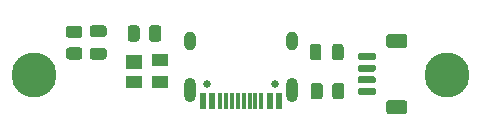
<source format=gbr>
%TF.GenerationSoftware,KiCad,Pcbnew,5.1.10-88a1d61d58~90~ubuntu20.04.1*%
%TF.CreationDate,2022-01-21T20:21:18-08:00*%
%TF.ProjectId,kb-db,6b622d64-622e-46b6-9963-61645f706362,rev?*%
%TF.SameCoordinates,Original*%
%TF.FileFunction,Soldermask,Top*%
%TF.FilePolarity,Negative*%
%FSLAX46Y46*%
G04 Gerber Fmt 4.6, Leading zero omitted, Abs format (unit mm)*
G04 Created by KiCad (PCBNEW 5.1.10-88a1d61d58~90~ubuntu20.04.1) date 2022-01-21 20:21:18*
%MOMM*%
%LPD*%
G01*
G04 APERTURE LIST*
%ADD10C,3.800000*%
%ADD11R,0.600000X1.450000*%
%ADD12R,0.300000X1.450000*%
%ADD13C,0.650000*%
%ADD14O,1.000000X2.100000*%
%ADD15O,1.000000X1.600000*%
%ADD16R,1.400000X1.000000*%
%ADD17R,1.400000X1.200000*%
G04 APERTURE END LIST*
D10*
%TO.C,H2*%
X61487000Y-63472000D03*
%TD*%
%TO.C,H1*%
X96487000Y-63472000D03*
%TD*%
%TO.C,J1*%
G36*
G01*
X91551999Y-65579000D02*
X92852001Y-65579000D01*
G75*
G02*
X93102000Y-65828999I0J-249999D01*
G01*
X93102000Y-66529001D01*
G75*
G02*
X92852001Y-66779000I-249999J0D01*
G01*
X91551999Y-66779000D01*
G75*
G02*
X91302000Y-66529001I0J249999D01*
G01*
X91302000Y-65828999D01*
G75*
G02*
X91551999Y-65579000I249999J0D01*
G01*
G37*
G36*
G01*
X91551999Y-59979000D02*
X92852001Y-59979000D01*
G75*
G02*
X93102000Y-60228999I0J-249999D01*
G01*
X93102000Y-60929001D01*
G75*
G02*
X92852001Y-61179000I-249999J0D01*
G01*
X91551999Y-61179000D01*
G75*
G02*
X91302000Y-60929001I0J249999D01*
G01*
X91302000Y-60228999D01*
G75*
G02*
X91551999Y-59979000I249999J0D01*
G01*
G37*
G36*
G01*
X89052000Y-64579000D02*
X90302000Y-64579000D01*
G75*
G02*
X90452000Y-64729000I0J-150000D01*
G01*
X90452000Y-65029000D01*
G75*
G02*
X90302000Y-65179000I-150000J0D01*
G01*
X89052000Y-65179000D01*
G75*
G02*
X88902000Y-65029000I0J150000D01*
G01*
X88902000Y-64729000D01*
G75*
G02*
X89052000Y-64579000I150000J0D01*
G01*
G37*
G36*
G01*
X89052000Y-63579000D02*
X90302000Y-63579000D01*
G75*
G02*
X90452000Y-63729000I0J-150000D01*
G01*
X90452000Y-64029000D01*
G75*
G02*
X90302000Y-64179000I-150000J0D01*
G01*
X89052000Y-64179000D01*
G75*
G02*
X88902000Y-64029000I0J150000D01*
G01*
X88902000Y-63729000D01*
G75*
G02*
X89052000Y-63579000I150000J0D01*
G01*
G37*
G36*
G01*
X89052000Y-62579000D02*
X90302000Y-62579000D01*
G75*
G02*
X90452000Y-62729000I0J-150000D01*
G01*
X90452000Y-63029000D01*
G75*
G02*
X90302000Y-63179000I-150000J0D01*
G01*
X89052000Y-63179000D01*
G75*
G02*
X88902000Y-63029000I0J150000D01*
G01*
X88902000Y-62729000D01*
G75*
G02*
X89052000Y-62579000I150000J0D01*
G01*
G37*
G36*
G01*
X89052000Y-61579000D02*
X90302000Y-61579000D01*
G75*
G02*
X90452000Y-61729000I0J-150000D01*
G01*
X90452000Y-62029000D01*
G75*
G02*
X90302000Y-62179000I-150000J0D01*
G01*
X89052000Y-62179000D01*
G75*
G02*
X88902000Y-62029000I0J150000D01*
G01*
X88902000Y-61729000D01*
G75*
G02*
X89052000Y-61579000I150000J0D01*
G01*
G37*
%TD*%
%TO.C,C1*%
G36*
G01*
X66454000Y-61156000D02*
X67404000Y-61156000D01*
G75*
G02*
X67654000Y-61406000I0J-250000D01*
G01*
X67654000Y-61906000D01*
G75*
G02*
X67404000Y-62156000I-250000J0D01*
G01*
X66454000Y-62156000D01*
G75*
G02*
X66204000Y-61906000I0J250000D01*
G01*
X66204000Y-61406000D01*
G75*
G02*
X66454000Y-61156000I250000J0D01*
G01*
G37*
G36*
G01*
X66454000Y-59256000D02*
X67404000Y-59256000D01*
G75*
G02*
X67654000Y-59506000I0J-250000D01*
G01*
X67654000Y-60006000D01*
G75*
G02*
X67404000Y-60256000I-250000J0D01*
G01*
X66454000Y-60256000D01*
G75*
G02*
X66204000Y-60006000I0J250000D01*
G01*
X66204000Y-59506000D01*
G75*
G02*
X66454000Y-59256000I250000J0D01*
G01*
G37*
%TD*%
D11*
%TO.C,USB1*%
X75767000Y-65674000D03*
X82217000Y-65674000D03*
X76542000Y-65674000D03*
X81442000Y-65674000D03*
D12*
X80742000Y-65674000D03*
X77242000Y-65674000D03*
X80242000Y-65674000D03*
X77742000Y-65674000D03*
X79742000Y-65674000D03*
X78242000Y-65674000D03*
X78742000Y-65674000D03*
X79242000Y-65674000D03*
D13*
X76102000Y-64229000D03*
X81882000Y-64229000D03*
D14*
X83312000Y-64759000D03*
X74672000Y-64759000D03*
D15*
X83312000Y-60579000D03*
X74672000Y-60579000D03*
%TD*%
%TO.C,R5*%
G36*
G01*
X64446998Y-61129500D02*
X65347002Y-61129500D01*
G75*
G02*
X65597000Y-61379498I0J-249998D01*
G01*
X65597000Y-61904502D01*
G75*
G02*
X65347002Y-62154500I-249998J0D01*
G01*
X64446998Y-62154500D01*
G75*
G02*
X64197000Y-61904502I0J249998D01*
G01*
X64197000Y-61379498D01*
G75*
G02*
X64446998Y-61129500I249998J0D01*
G01*
G37*
G36*
G01*
X64446998Y-59304500D02*
X65347002Y-59304500D01*
G75*
G02*
X65597000Y-59554498I0J-249998D01*
G01*
X65597000Y-60079502D01*
G75*
G02*
X65347002Y-60329500I-249998J0D01*
G01*
X64446998Y-60329500D01*
G75*
G02*
X64197000Y-60079502I0J249998D01*
G01*
X64197000Y-59554498D01*
G75*
G02*
X64446998Y-59304500I249998J0D01*
G01*
G37*
%TD*%
%TO.C,R2*%
G36*
G01*
X71242500Y-60394002D02*
X71242500Y-59493998D01*
G75*
G02*
X71492498Y-59244000I249998J0D01*
G01*
X72017502Y-59244000D01*
G75*
G02*
X72267500Y-59493998I0J-249998D01*
G01*
X72267500Y-60394002D01*
G75*
G02*
X72017502Y-60644000I-249998J0D01*
G01*
X71492498Y-60644000D01*
G75*
G02*
X71242500Y-60394002I0J249998D01*
G01*
G37*
G36*
G01*
X69417500Y-60394002D02*
X69417500Y-59493998D01*
G75*
G02*
X69667498Y-59244000I249998J0D01*
G01*
X70192502Y-59244000D01*
G75*
G02*
X70442500Y-59493998I0J-249998D01*
G01*
X70442500Y-60394002D01*
G75*
G02*
X70192502Y-60644000I-249998J0D01*
G01*
X69667498Y-60644000D01*
G75*
G02*
X69417500Y-60394002I0J249998D01*
G01*
G37*
%TD*%
%TO.C,R1*%
G36*
G01*
X85936500Y-64379998D02*
X85936500Y-65280002D01*
G75*
G02*
X85686502Y-65530000I-249998J0D01*
G01*
X85161498Y-65530000D01*
G75*
G02*
X84911500Y-65280002I0J249998D01*
G01*
X84911500Y-64379998D01*
G75*
G02*
X85161498Y-64130000I249998J0D01*
G01*
X85686502Y-64130000D01*
G75*
G02*
X85936500Y-64379998I0J-249998D01*
G01*
G37*
G36*
G01*
X87761500Y-64379998D02*
X87761500Y-65280002D01*
G75*
G02*
X87511502Y-65530000I-249998J0D01*
G01*
X86986498Y-65530000D01*
G75*
G02*
X86736500Y-65280002I0J249998D01*
G01*
X86736500Y-64379998D01*
G75*
G02*
X86986498Y-64130000I249998J0D01*
G01*
X87511502Y-64130000D01*
G75*
G02*
X87761500Y-64379998I0J-249998D01*
G01*
G37*
%TD*%
%TO.C,F1*%
G36*
G01*
X85824500Y-61071750D02*
X85824500Y-61984250D01*
G75*
G02*
X85580750Y-62228000I-243750J0D01*
G01*
X85093250Y-62228000D01*
G75*
G02*
X84849500Y-61984250I0J243750D01*
G01*
X84849500Y-61071750D01*
G75*
G02*
X85093250Y-60828000I243750J0D01*
G01*
X85580750Y-60828000D01*
G75*
G02*
X85824500Y-61071750I0J-243750D01*
G01*
G37*
G36*
G01*
X87699500Y-61071750D02*
X87699500Y-61984250D01*
G75*
G02*
X87455750Y-62228000I-243750J0D01*
G01*
X86968250Y-62228000D01*
G75*
G02*
X86724500Y-61984250I0J243750D01*
G01*
X86724500Y-61071750D01*
G75*
G02*
X86968250Y-60828000I243750J0D01*
G01*
X87455750Y-60828000D01*
G75*
G02*
X87699500Y-61071750I0J-243750D01*
G01*
G37*
%TD*%
D16*
%TO.C,D1*%
X72177000Y-62177000D03*
X72177000Y-64077000D03*
X69977000Y-64077000D03*
D17*
X69977000Y-62357000D03*
%TD*%
M02*

</source>
